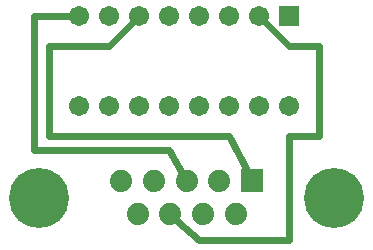
<source format=gbl>
G04 MADE WITH FRITZING*
G04 WWW.FRITZING.ORG*
G04 DOUBLE SIDED*
G04 HOLES PLATED*
G04 CONTOUR ON CENTER OF CONTOUR VECTOR*
%ASAXBY*%
%FSLAX23Y23*%
%MOIN*%
%OFA0B0*%
%SFA1.0B1.0*%
%ADD10C,0.074000*%
%ADD11C,0.200000*%
%ADD12C,0.067559*%
%ADD13R,0.067559X0.067559*%
%ADD14C,0.024000*%
%ADD15R,0.001000X0.001000*%
%LNCOPPER0*%
G90*
G70*
G54D10*
X844Y226D03*
X735Y226D03*
X626Y226D03*
X517Y226D03*
X407Y226D03*
X789Y114D03*
X680Y114D03*
X571Y114D03*
X462Y114D03*
G54D11*
X1118Y170D03*
X133Y170D03*
G54D12*
X967Y776D03*
X967Y476D03*
X867Y776D03*
X867Y476D03*
X767Y776D03*
X767Y476D03*
X667Y776D03*
X667Y476D03*
X567Y776D03*
X567Y476D03*
X467Y776D03*
X467Y476D03*
X367Y776D03*
X367Y476D03*
X267Y776D03*
X267Y476D03*
G54D13*
X966Y776D03*
G54D14*
X1066Y376D02*
X1066Y676D01*
D02*
X1066Y676D02*
X966Y676D01*
D02*
X966Y376D02*
X1066Y376D01*
D02*
X966Y676D02*
X884Y759D01*
D02*
X966Y27D02*
X966Y376D01*
D02*
X666Y27D02*
X966Y27D01*
D02*
X594Y93D02*
X666Y27D01*
D02*
X567Y327D02*
X117Y327D01*
D02*
X117Y327D02*
X117Y775D01*
D02*
X610Y253D02*
X567Y327D01*
D02*
X117Y775D02*
X242Y776D01*
D02*
X766Y376D02*
X168Y376D01*
D02*
X168Y376D02*
X168Y676D01*
D02*
X829Y254D02*
X766Y376D01*
D02*
X168Y676D02*
X366Y676D01*
D02*
X366Y676D02*
X449Y759D01*
G54D15*
X806Y263D02*
X879Y263D01*
X806Y262D02*
X879Y262D01*
X806Y261D02*
X879Y261D01*
X806Y260D02*
X879Y260D01*
X806Y259D02*
X879Y259D01*
X806Y258D02*
X879Y258D01*
X806Y257D02*
X879Y257D01*
X806Y256D02*
X879Y256D01*
X806Y255D02*
X879Y255D01*
X806Y254D02*
X879Y254D01*
X806Y253D02*
X879Y253D01*
X806Y252D02*
X879Y252D01*
X806Y251D02*
X879Y251D01*
X806Y250D02*
X879Y250D01*
X806Y249D02*
X879Y249D01*
X806Y248D02*
X879Y248D01*
X806Y247D02*
X879Y247D01*
X806Y246D02*
X837Y246D01*
X849Y246D02*
X879Y246D01*
X806Y245D02*
X834Y245D01*
X851Y245D02*
X879Y245D01*
X806Y244D02*
X832Y244D01*
X853Y244D02*
X879Y244D01*
X806Y243D02*
X831Y243D01*
X855Y243D02*
X879Y243D01*
X806Y242D02*
X830Y242D01*
X856Y242D02*
X879Y242D01*
X806Y241D02*
X828Y241D01*
X857Y241D02*
X879Y241D01*
X806Y240D02*
X827Y240D01*
X858Y240D02*
X879Y240D01*
X806Y239D02*
X827Y239D01*
X859Y239D02*
X879Y239D01*
X806Y238D02*
X826Y238D01*
X860Y238D02*
X879Y238D01*
X806Y237D02*
X825Y237D01*
X861Y237D02*
X879Y237D01*
X806Y236D02*
X825Y236D01*
X861Y236D02*
X879Y236D01*
X806Y235D02*
X824Y235D01*
X862Y235D02*
X879Y235D01*
X806Y234D02*
X824Y234D01*
X862Y234D02*
X879Y234D01*
X806Y233D02*
X823Y233D01*
X862Y233D02*
X879Y233D01*
X806Y232D02*
X823Y232D01*
X863Y232D02*
X879Y232D01*
X806Y231D02*
X823Y231D01*
X863Y231D02*
X879Y231D01*
X806Y230D02*
X823Y230D01*
X863Y230D02*
X879Y230D01*
X806Y229D02*
X823Y229D01*
X863Y229D02*
X879Y229D01*
X806Y228D02*
X822Y228D01*
X863Y228D02*
X879Y228D01*
X806Y227D02*
X822Y227D01*
X863Y227D02*
X879Y227D01*
X806Y226D02*
X822Y226D01*
X863Y226D02*
X879Y226D01*
X806Y225D02*
X822Y225D01*
X863Y225D02*
X879Y225D01*
X806Y224D02*
X823Y224D01*
X863Y224D02*
X879Y224D01*
X806Y223D02*
X823Y223D01*
X863Y223D02*
X879Y223D01*
X806Y222D02*
X823Y222D01*
X863Y222D02*
X879Y222D01*
X806Y221D02*
X823Y221D01*
X863Y221D02*
X879Y221D01*
X806Y220D02*
X824Y220D01*
X862Y220D02*
X879Y220D01*
X806Y219D02*
X824Y219D01*
X862Y219D02*
X879Y219D01*
X806Y218D02*
X824Y218D01*
X861Y218D02*
X879Y218D01*
X806Y217D02*
X825Y217D01*
X861Y217D02*
X879Y217D01*
X806Y216D02*
X825Y216D01*
X860Y216D02*
X879Y216D01*
X806Y215D02*
X826Y215D01*
X860Y215D02*
X879Y215D01*
X806Y214D02*
X827Y214D01*
X859Y214D02*
X879Y214D01*
X806Y213D02*
X828Y213D01*
X858Y213D02*
X879Y213D01*
X806Y212D02*
X829Y212D01*
X857Y212D02*
X879Y212D01*
X806Y211D02*
X830Y211D01*
X856Y211D02*
X879Y211D01*
X806Y210D02*
X831Y210D01*
X854Y210D02*
X879Y210D01*
X806Y209D02*
X833Y209D01*
X853Y209D02*
X879Y209D01*
X806Y208D02*
X835Y208D01*
X850Y208D02*
X879Y208D01*
X806Y207D02*
X839Y207D01*
X847Y207D02*
X879Y207D01*
X806Y206D02*
X879Y206D01*
X806Y205D02*
X879Y205D01*
X806Y204D02*
X879Y204D01*
X806Y203D02*
X879Y203D01*
X806Y202D02*
X879Y202D01*
X806Y201D02*
X879Y201D01*
X806Y200D02*
X879Y200D01*
X806Y199D02*
X879Y199D01*
X806Y198D02*
X879Y198D01*
X806Y197D02*
X879Y197D01*
X806Y196D02*
X879Y196D01*
X806Y195D02*
X879Y195D01*
X806Y194D02*
X879Y194D01*
X806Y193D02*
X879Y193D01*
X806Y192D02*
X879Y192D01*
X806Y191D02*
X879Y191D01*
X807Y190D02*
X879Y190D01*
D02*
G04 End of Copper0*
M02*
</source>
